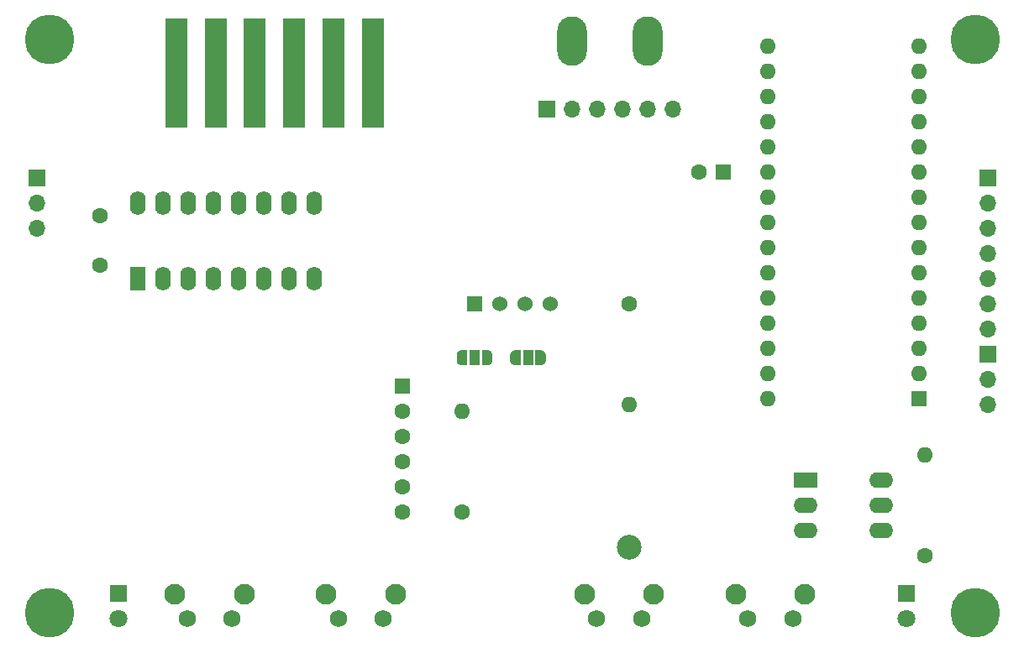
<source format=gts>
G04 #@! TF.GenerationSoftware,KiCad,Pcbnew,(5.1.8)-1*
G04 #@! TF.CreationDate,2022-01-29T23:12:44+01:00*
G04 #@! TF.ProjectId,PlayOnTape Module,506c6179-4f6e-4546-9170-65204d6f6475,rev?*
G04 #@! TF.SameCoordinates,Original*
G04 #@! TF.FileFunction,Soldermask,Top*
G04 #@! TF.FilePolarity,Negative*
%FSLAX46Y46*%
G04 Gerber Fmt 4.6, Leading zero omitted, Abs format (unit mm)*
G04 Created by KiCad (PCBNEW (5.1.8)-1) date 2022-01-29 23:12:44*
%MOMM*%
%LPD*%
G01*
G04 APERTURE LIST*
%ADD10O,3.000000X5.000000*%
%ADD11O,1.700000X1.700000*%
%ADD12R,1.700000X1.700000*%
%ADD13R,2.200000X11.000000*%
%ADD14R,1.524000X1.524000*%
%ADD15C,1.524000*%
%ADD16C,2.500000*%
%ADD17R,1.600000X1.600000*%
%ADD18C,1.600000*%
%ADD19O,1.600000X1.600000*%
%ADD20C,5.000000*%
%ADD21R,1.800000X1.800000*%
%ADD22C,1.800000*%
%ADD23C,0.100000*%
%ADD24R,1.000000X1.500000*%
%ADD25C,2.100000*%
%ADD26C,1.750000*%
%ADD27R,2.400000X1.600000*%
%ADD28O,2.400000X1.600000*%
%ADD29R,1.600000X2.400000*%
%ADD30O,1.600000X2.400000*%
G04 APERTURE END LIST*
D10*
X133985000Y-81407000D03*
X126365000Y-81407000D03*
D11*
X136525000Y-88265000D03*
X133985000Y-88265000D03*
X131445000Y-88265000D03*
X128905000Y-88265000D03*
X126365000Y-88265000D03*
D12*
X123825000Y-88265000D03*
D13*
X106261500Y-84606500D03*
X102301500Y-84606500D03*
X98341500Y-84606500D03*
X94381500Y-84606500D03*
X90421500Y-84606500D03*
X86461500Y-84606500D03*
D14*
X116525000Y-107950000D03*
D15*
X119065000Y-107950000D03*
X121605000Y-107950000D03*
X124145000Y-107950000D03*
D16*
X132085000Y-132450000D03*
D17*
X109220000Y-116205000D03*
D18*
X109220000Y-118745000D03*
X109220000Y-121285000D03*
X109220000Y-123825000D03*
X109220000Y-126365000D03*
X109220000Y-128905000D03*
D11*
X72390000Y-100330000D03*
X72390000Y-97790000D03*
D12*
X72390000Y-95250000D03*
D17*
X161290000Y-117475000D03*
D19*
X146050000Y-84455000D03*
X161290000Y-114935000D03*
X146050000Y-86995000D03*
X161290000Y-112395000D03*
X146050000Y-89535000D03*
X161290000Y-109855000D03*
X146050000Y-92075000D03*
X161290000Y-107315000D03*
X146050000Y-94615000D03*
X161290000Y-104775000D03*
X146050000Y-97155000D03*
X161290000Y-102235000D03*
X146050000Y-99695000D03*
X161290000Y-99695000D03*
X146050000Y-102235000D03*
X161290000Y-97155000D03*
X146050000Y-104775000D03*
X161290000Y-94615000D03*
X146050000Y-107315000D03*
X161290000Y-92075000D03*
X146050000Y-109855000D03*
X161290000Y-89535000D03*
X146050000Y-112395000D03*
X161290000Y-86995000D03*
X146050000Y-114935000D03*
X161290000Y-84455000D03*
X146050000Y-117475000D03*
X161290000Y-81915000D03*
X146050000Y-81915000D03*
D12*
X168275000Y-95250000D03*
D11*
X168275000Y-97790000D03*
X168275000Y-100330000D03*
X168275000Y-102870000D03*
X168275000Y-105410000D03*
X168275000Y-107950000D03*
X168275000Y-110490000D03*
D20*
X73660000Y-139065000D03*
X167005000Y-139065000D03*
X167005000Y-81280000D03*
X73660000Y-81280000D03*
D17*
X141605000Y-94615000D03*
D18*
X139105000Y-94615000D03*
D21*
X80645000Y-137160000D03*
D22*
X80645000Y-139700000D03*
D12*
X168275000Y-113030000D03*
D11*
X168275000Y-115570000D03*
X168275000Y-118110000D03*
D23*
G36*
X117272500Y-112597500D02*
G01*
X117822500Y-112597500D01*
X117822500Y-112598102D01*
X117847034Y-112598102D01*
X117895865Y-112602912D01*
X117943990Y-112612484D01*
X117990945Y-112626728D01*
X118036278Y-112645505D01*
X118079551Y-112668636D01*
X118120350Y-112695896D01*
X118158279Y-112727024D01*
X118192976Y-112761721D01*
X118224104Y-112799650D01*
X118251364Y-112840449D01*
X118274495Y-112883722D01*
X118293272Y-112929055D01*
X118307516Y-112976010D01*
X118317088Y-113024135D01*
X118321898Y-113072966D01*
X118321898Y-113097500D01*
X118322500Y-113097500D01*
X118322500Y-113597500D01*
X118321898Y-113597500D01*
X118321898Y-113622034D01*
X118317088Y-113670865D01*
X118307516Y-113718990D01*
X118293272Y-113765945D01*
X118274495Y-113811278D01*
X118251364Y-113854551D01*
X118224104Y-113895350D01*
X118192976Y-113933279D01*
X118158279Y-113967976D01*
X118120350Y-113999104D01*
X118079551Y-114026364D01*
X118036278Y-114049495D01*
X117990945Y-114068272D01*
X117943990Y-114082516D01*
X117895865Y-114092088D01*
X117847034Y-114096898D01*
X117822500Y-114096898D01*
X117822500Y-114097500D01*
X117272500Y-114097500D01*
X117272500Y-112597500D01*
G37*
G36*
X115222500Y-114096898D02*
G01*
X115197966Y-114096898D01*
X115149135Y-114092088D01*
X115101010Y-114082516D01*
X115054055Y-114068272D01*
X115008722Y-114049495D01*
X114965449Y-114026364D01*
X114924650Y-113999104D01*
X114886721Y-113967976D01*
X114852024Y-113933279D01*
X114820896Y-113895350D01*
X114793636Y-113854551D01*
X114770505Y-113811278D01*
X114751728Y-113765945D01*
X114737484Y-113718990D01*
X114727912Y-113670865D01*
X114723102Y-113622034D01*
X114723102Y-113597500D01*
X114722500Y-113597500D01*
X114722500Y-113097500D01*
X114723102Y-113097500D01*
X114723102Y-113072966D01*
X114727912Y-113024135D01*
X114737484Y-112976010D01*
X114751728Y-112929055D01*
X114770505Y-112883722D01*
X114793636Y-112840449D01*
X114820896Y-112799650D01*
X114852024Y-112761721D01*
X114886721Y-112727024D01*
X114924650Y-112695896D01*
X114965449Y-112668636D01*
X115008722Y-112645505D01*
X115054055Y-112626728D01*
X115101010Y-112612484D01*
X115149135Y-112602912D01*
X115197966Y-112598102D01*
X115222500Y-112598102D01*
X115222500Y-112597500D01*
X115772500Y-112597500D01*
X115772500Y-114097500D01*
X115222500Y-114097500D01*
X115222500Y-114096898D01*
G37*
D24*
X116522500Y-113347500D03*
X121920000Y-113347500D03*
D23*
G36*
X120620000Y-114096898D02*
G01*
X120595466Y-114096898D01*
X120546635Y-114092088D01*
X120498510Y-114082516D01*
X120451555Y-114068272D01*
X120406222Y-114049495D01*
X120362949Y-114026364D01*
X120322150Y-113999104D01*
X120284221Y-113967976D01*
X120249524Y-113933279D01*
X120218396Y-113895350D01*
X120191136Y-113854551D01*
X120168005Y-113811278D01*
X120149228Y-113765945D01*
X120134984Y-113718990D01*
X120125412Y-113670865D01*
X120120602Y-113622034D01*
X120120602Y-113597500D01*
X120120000Y-113597500D01*
X120120000Y-113097500D01*
X120120602Y-113097500D01*
X120120602Y-113072966D01*
X120125412Y-113024135D01*
X120134984Y-112976010D01*
X120149228Y-112929055D01*
X120168005Y-112883722D01*
X120191136Y-112840449D01*
X120218396Y-112799650D01*
X120249524Y-112761721D01*
X120284221Y-112727024D01*
X120322150Y-112695896D01*
X120362949Y-112668636D01*
X120406222Y-112645505D01*
X120451555Y-112626728D01*
X120498510Y-112612484D01*
X120546635Y-112602912D01*
X120595466Y-112598102D01*
X120620000Y-112598102D01*
X120620000Y-112597500D01*
X121170000Y-112597500D01*
X121170000Y-114097500D01*
X120620000Y-114097500D01*
X120620000Y-114096898D01*
G37*
G36*
X122670000Y-112597500D02*
G01*
X123220000Y-112597500D01*
X123220000Y-112598102D01*
X123244534Y-112598102D01*
X123293365Y-112602912D01*
X123341490Y-112612484D01*
X123388445Y-112626728D01*
X123433778Y-112645505D01*
X123477051Y-112668636D01*
X123517850Y-112695896D01*
X123555779Y-112727024D01*
X123590476Y-112761721D01*
X123621604Y-112799650D01*
X123648864Y-112840449D01*
X123671995Y-112883722D01*
X123690772Y-112929055D01*
X123705016Y-112976010D01*
X123714588Y-113024135D01*
X123719398Y-113072966D01*
X123719398Y-113097500D01*
X123720000Y-113097500D01*
X123720000Y-113597500D01*
X123719398Y-113597500D01*
X123719398Y-113622034D01*
X123714588Y-113670865D01*
X123705016Y-113718990D01*
X123690772Y-113765945D01*
X123671995Y-113811278D01*
X123648864Y-113854551D01*
X123621604Y-113895350D01*
X123590476Y-113933279D01*
X123555779Y-113967976D01*
X123517850Y-113999104D01*
X123477051Y-114026364D01*
X123433778Y-114049495D01*
X123388445Y-114068272D01*
X123341490Y-114082516D01*
X123293365Y-114092088D01*
X123244534Y-114096898D01*
X123220000Y-114096898D01*
X123220000Y-114097500D01*
X122670000Y-114097500D01*
X122670000Y-112597500D01*
G37*
D19*
X115227100Y-118745000D03*
D18*
X115227100Y-128905000D03*
D25*
X127590000Y-137210000D03*
D26*
X128850000Y-139700000D03*
X133350000Y-139700000D03*
D25*
X134600000Y-137210000D03*
X149840000Y-137210000D03*
D26*
X148590000Y-139700000D03*
X144090000Y-139700000D03*
D25*
X142830000Y-137210000D03*
X108565000Y-137210000D03*
D26*
X107315000Y-139700000D03*
X102815000Y-139700000D03*
D25*
X101555000Y-137210000D03*
X86315000Y-137210000D03*
D26*
X87575000Y-139700000D03*
X92075000Y-139700000D03*
D25*
X93325000Y-137210000D03*
D18*
X78740000Y-99060000D03*
X78740000Y-104060000D03*
D21*
X160020000Y-137160000D03*
D22*
X160020000Y-139700000D03*
D19*
X132080000Y-118110000D03*
D18*
X132080000Y-107950000D03*
X161925000Y-133350000D03*
D19*
X161925000Y-123190000D03*
D27*
X149860000Y-125730000D03*
D28*
X157480000Y-130810000D03*
X149860000Y-128270000D03*
X157480000Y-128270000D03*
X149860000Y-130810000D03*
X157480000Y-125730000D03*
D29*
X82550000Y-105410000D03*
D30*
X100330000Y-97790000D03*
X85090000Y-105410000D03*
X97790000Y-97790000D03*
X87630000Y-105410000D03*
X95250000Y-97790000D03*
X90170000Y-105410000D03*
X92710000Y-97790000D03*
X92710000Y-105410000D03*
X90170000Y-97790000D03*
X95250000Y-105410000D03*
X87630000Y-97790000D03*
X97790000Y-105410000D03*
X85090000Y-97790000D03*
X100330000Y-105410000D03*
X82550000Y-97790000D03*
M02*

</source>
